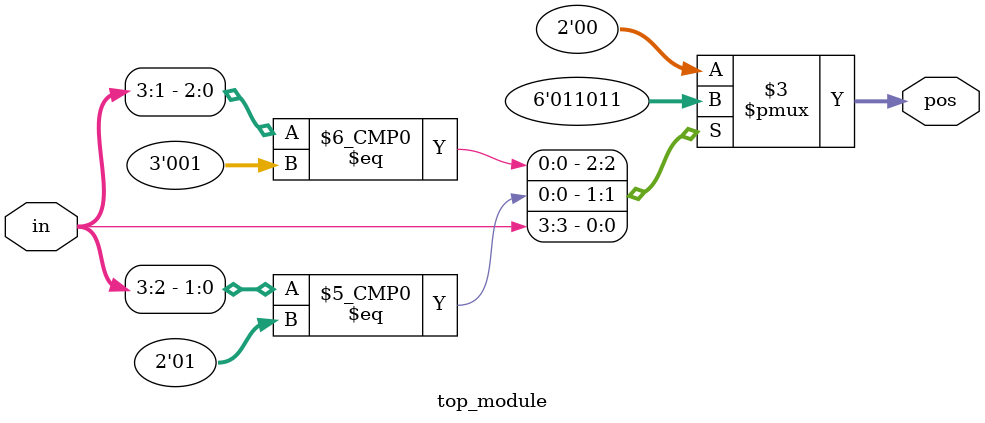
<source format=sv>
module top_module (
    input [3:0] in,
    output reg [1:0] pos
);

always @(*) begin
    casez (in)
        4'b0001: pos = 2'd0;
        4'b001?: pos = 2'd1;
        4'b01??: pos = 2'd2;
        4'b1???: pos = 2'd3;
        default: pos = 2'd0;
    endcase
end

endmodule

</source>
